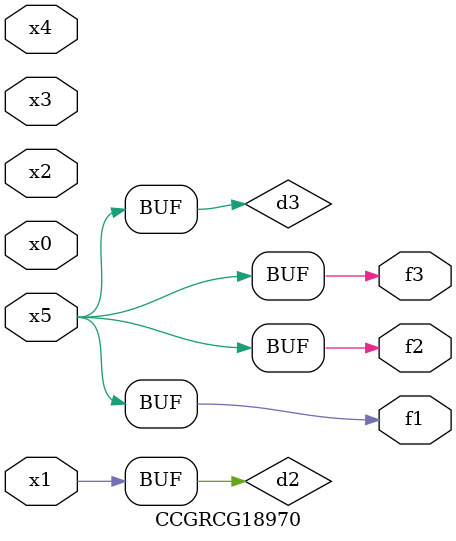
<source format=v>
module CCGRCG18970(
	input x0, x1, x2, x3, x4, x5,
	output f1, f2, f3
);

	wire d1, d2, d3;

	not (d1, x5);
	or (d2, x1);
	xnor (d3, d1);
	assign f1 = d3;
	assign f2 = d3;
	assign f3 = d3;
endmodule

</source>
